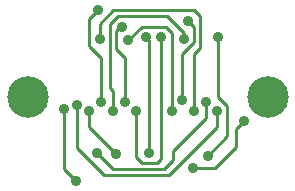
<source format=gbr>
G04 EAGLE Gerber RS-274X export*
G75*
%MOMM*%
%FSLAX34Y34*%
%LPD*%
%INBottom Copper*%
%IPPOS*%
%AMOC8*
5,1,8,0,0,1.08239X$1,22.5*%
G01*
%ADD10C,3.516000*%
%ADD11C,0.906400*%
%ADD12C,0.254000*%


D10*
X25400Y88900D03*
X228600Y88900D03*
D11*
X165100Y29210D03*
D12*
X184150Y29210D01*
X201930Y46990D01*
X201930Y62230D01*
X208280Y68580D01*
D11*
X208280Y68580D03*
X177800Y39370D03*
D12*
X194310Y55880D01*
X194310Y81280D01*
X186690Y88900D01*
X186690Y139700D01*
D11*
X186690Y139700D03*
X83820Y41910D03*
D12*
X97790Y27940D01*
X140970Y27940D01*
X148590Y35560D01*
X148590Y43180D01*
X176530Y71120D01*
X176530Y85090D01*
D11*
X176530Y85090D03*
X85090Y162560D03*
D12*
X77470Y154940D01*
X77470Y132080D01*
X87630Y121920D01*
X87630Y85090D01*
D11*
X87630Y85090D03*
X157480Y138430D03*
D12*
X157480Y143510D01*
X143510Y157480D01*
X101600Y157480D01*
X95250Y151130D01*
X95250Y96520D01*
X97790Y93980D01*
X97790Y77470D01*
D11*
X97790Y77470D03*
X105410Y148590D03*
D12*
X105410Y149860D01*
X100330Y144780D01*
X100330Y129540D01*
X107950Y121920D01*
X107950Y85090D01*
D11*
X107950Y85090D03*
X138430Y139700D03*
D12*
X138430Y36830D01*
X134620Y33020D01*
X121920Y33020D01*
X116840Y38100D01*
X116840Y77470D01*
D11*
X116840Y77470D03*
X128270Y41910D03*
D12*
X128270Y137160D02*
X125730Y139700D01*
D11*
X125730Y139700D03*
D12*
X128270Y137160D02*
X128270Y41910D01*
D11*
X110490Y137160D03*
D12*
X121920Y148590D01*
X142240Y148590D01*
X147320Y143510D01*
X147320Y77470D01*
D11*
X147320Y77470D03*
X161290Y153670D03*
D12*
X166370Y148590D01*
X166370Y135890D01*
X156210Y125730D01*
X156210Y86360D01*
D11*
X156210Y86360D03*
X166370Y77470D03*
D12*
X166370Y125730D01*
X171450Y130810D01*
X171450Y157480D01*
X166370Y162560D01*
X97790Y162560D01*
X86360Y151130D01*
X86360Y138430D01*
D11*
X86360Y138430D03*
X100330Y40640D03*
D12*
X77470Y63500D01*
X77470Y77470D01*
D11*
X77470Y77470D03*
X185420Y77470D03*
D12*
X185420Y63500D01*
X144780Y22860D01*
X90170Y22860D01*
X67310Y45720D01*
X67310Y82550D01*
D11*
X67310Y82550D03*
X55880Y78740D03*
D12*
X55880Y27940D01*
X66040Y17780D01*
D11*
X66040Y17780D03*
M02*

</source>
